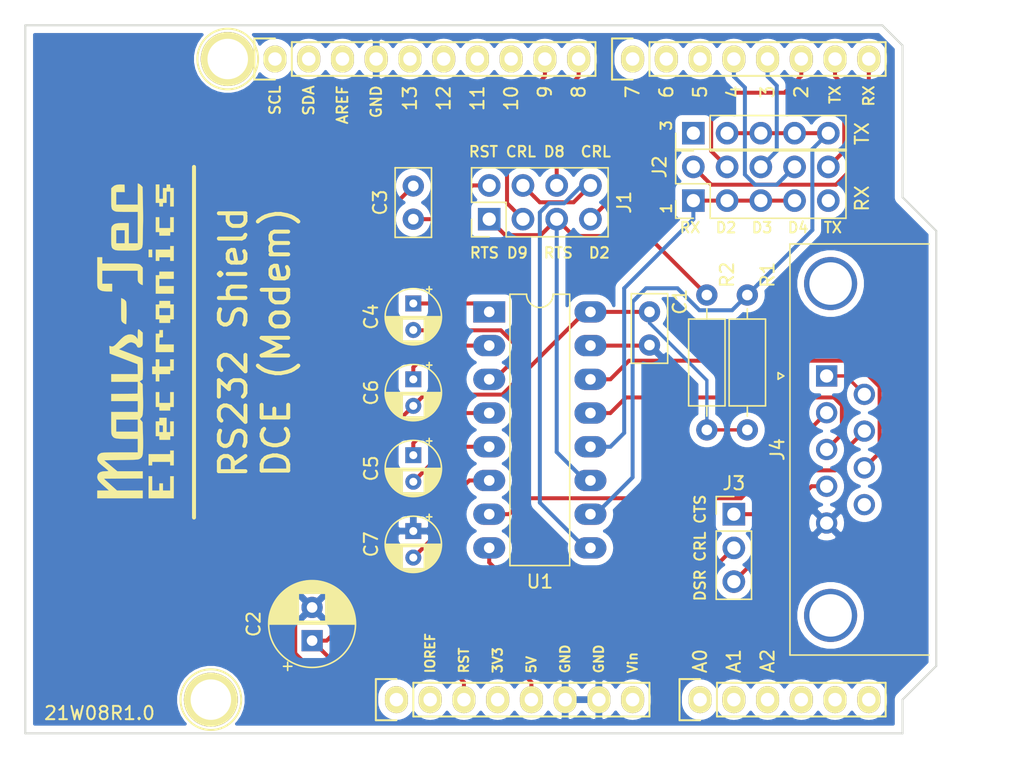
<source format=kicad_pcb>
(kicad_pcb (version 20171130) (host pcbnew "(5.1.4)-1")
  (title_block (date "lun. 30 mars 2015"))
  (layers (0 F.Cu signal) (31 B.Cu signal) (34 B.Paste user) (35 F.Paste user) (36 B.SilkS user) (37 F.SilkS user) (38 B.Mask user) (39 F.Mask user) (44 Edge.Cuts user))
  (net 0 "")
  (net 1 /IOREF)
  (net 2 +5V)
  (net 3 GND)
  (net 4 /Vin)
  (net 5 /A0)
  (net 6 /A1)
  (net 7 /A2)
  (net 8 /A3)
  (net 9 /AREF)
  (net 10 "/A4(SDA)")
  (net 11 "/A5(SCL)")
  (net 12 /7)
  (net 13 "/6(**)")
  (net 14 "/5(**)")
  (net 15 "Net-(P5-Pad1)")
  (net 16 "Net-(P7-Pad1)")
  (net 17 "/13(SCK)")
  (net 18 "/10(**/SS)")
  (net 19 "Net-(P1-Pad1)")
  (net 20 +3V3)
  (net 21 "/12(MISO)")
  (net 22 "/11(**/MOSI)")
  (net 23 RST)
  (net 24 "Net-(C3-Pad1)")
  (net 25 "Net-(C4-Pad2)")
  (net 26 "Net-(C4-Pad1)")
  (net 27 "Net-(C5-Pad2)")
  (net 28 "Net-(C5-Pad1)")
  (net 29 "Net-(C6-Pad1)")
  (net 30 "Net-(C7-Pad2)")
  (net 31 D2)
  (net 32 D9)
  (net 33 D8)
  (net 34 /DSR)
  (net 35 /CTS)
  (net 36 /TXD)
  (net 37 /RXD)
  (net 38 TX)
  (net 39 RX)
  (net 40 /RTS)
  (net 41 "Net-(J4-Pad9)")
  (net 42 /UCTRL)
  (net 43 /URTS)
  (net 44 /CTRL)
  (net 45 "/A5(SCL)X")
  (net 46 "/A4(SDA)X")
  (net 47 "Net-(J2-Pad9)")
  (net 48 D4)
  (net 49 D3)
  (net 50 "Net-(J5-Pad1)")
  (net 51 UTX)
  (net 52 URX)
  (net 53 /DCD)
  (module Connector_Dsub:DSUB-9_Female_Horizontal_P2.77x2.84mm_EdgePinOffset4.94mm_Housed_MountingHolesOffset7.48mm (layer F.Cu) (at 171.323 99.441 90)
    (fp_text reference J4 (at -5.54 -3.7 90) (layer F.SilkS))
    (fp_text value DB9_Female)
    (pad 0 thru_hole circle (at 6.96 0.3 90) (size 4 4) (drill 3.2) (layers *.Cu *.Mask))
    (pad 0 thru_hole circle (at -18.04 0.3 90) (size 4 4) (drill 3.2) (layers *.Cu *.Mask))
    (pad 9 thru_hole circle (at -9.695 2.84 90) (size 1.6 1.6) (drill 1) (layers *.Cu *.Mask) (net 41 "Net-(J4-Pad9)"))
    (pad 8 thru_hole circle (at -6.925 2.84 90) (size 1.6 1.6) (drill 1) (layers *.Cu *.Mask) (net 40 /RTS))
    (pad 7 thru_hole circle (at -4.155 2.84 90) (size 1.6 1.6) (drill 1) (layers *.Cu *.Mask) (net 35 /CTS))
    (pad 6 thru_hole circle (at -1.385 2.84 90) (size 1.6 1.6) (drill 1) (layers *.Cu *.Mask) (net 53 /DCD))
    (pad 5 thru_hole circle (at -11.08 0 90) (size 1.6 1.6) (drill 1) (layers *.Cu *.Mask) (net 3 GND))
    (pad 4 thru_hole circle (at -8.31 0 90) (size 1.6 1.6) (drill 1) (layers *.Cu *.Mask) (net 34 /DSR))
    (pad 3 thru_hole circle (at -5.54 0 90) (size 1.6 1.6) (drill 1) (layers *.Cu *.Mask) (net 37 /RXD))
    (pad 2 thru_hole circle (at -2.77 0 90) (size 1.6 1.6) (drill 1) (layers *.Cu *.Mask) (net 36 /TXD))
    (pad 1 thru_hole rect (at 0 0 90) (size 1.6 1.6) (drill 1) (layers *.Cu *.Mask) (net 53 /DCD))
  )
  (module Logos:MTLogo (layer F.Cu) (at 119.126 96.901 90)
    (fp_text reference G*** hide)
    (fp_text value LOGO hide)
  )
  (module Connector_PinHeader_2.54mm:PinHeader_1x05_P2.54mm_Vertical (layer F.Cu) (at 161.29 81.153 90)
    (fp_text reference J5 hide)
    (fp_text value "TX Route")
    (pad 5 thru_hole oval (at 0 10.16 90) (size 1.7 1.7) (drill 1) (layers *.Cu *.Mask) (net 51 UTX))
    (pad 4 thru_hole oval (at 0 7.62 90) (size 1.7 1.7) (drill 1) (layers *.Cu *.Mask) (net 51 UTX))
    (pad 3 thru_hole oval (at 0 5.08 90) (size 1.7 1.7) (drill 1) (layers *.Cu *.Mask) (net 51 UTX))
    (pad 2 thru_hole oval (at 0 2.54 90) (size 1.7 1.7) (drill 1) (layers *.Cu *.Mask) (net 51 UTX))
    (pad 1 thru_hole rect (at 0 0 90) (size 1.7 1.7) (drill 1) (layers *.Cu *.Mask) (net 50 "Net-(J5-Pad1)"))
  )
  (module Connector_PinHeader_2.54mm:PinHeader_2x05_P2.54mm_Vertical (layer F.Cu) (at 161.29 86.233 90)
    (fp_text reference J2 (at 2.54 -2.54 90) (layer F.SilkS))
    (fp_text value "RX Route")
    (pad 10 thru_hole oval (at 2.54 10.16 90) (size 1.7 1.7) (drill 1) (layers *.Cu *.Mask) (net 38 TX))
    (pad 9 thru_hole oval (at 0 10.16 90) (size 1.7 1.7) (drill 1) (layers *.Cu *.Mask) (net 47 "Net-(J2-Pad9)"))
    (pad 8 thru_hole oval (at 2.54 7.62 90) (size 1.7 1.7) (drill 1) (layers *.Cu *.Mask) (net 48 D4))
    (pad 7 thru_hole oval (at 0 7.62 90) (size 1.7 1.7) (drill 1) (layers *.Cu *.Mask) (net 52 URX))
    (pad 6 thru_hole oval (at 2.54 5.08 90) (size 1.7 1.7) (drill 1) (layers *.Cu *.Mask) (net 49 D3))
    (pad 5 thru_hole oval (at 0 5.08 90) (size 1.7 1.7) (drill 1) (layers *.Cu *.Mask) (net 52 URX))
    (pad 4 thru_hole oval (at 2.54 2.54 90) (size 1.7 1.7) (drill 1) (layers *.Cu *.Mask) (net 31 D2))
    (pad 3 thru_hole oval (at 0 2.54 90) (size 1.7 1.7) (drill 1) (layers *.Cu *.Mask) (net 52 URX))
    (pad 2 thru_hole oval (at 2.54 0 90) (size 1.7 1.7) (drill 1) (layers *.Cu *.Mask) (net 39 RX))
    (pad 1 thru_hole rect (at 0 0 90) (size 1.7 1.7) (drill 1) (layers *.Cu *.Mask) (net 52 URX))
  )
  (module Resistor_THT:R_Axial_DIN0207_L6.3mm_D2.5mm_P10.16mm_Horizontal (layer F.Cu) (at 165.354 103.505 90)
    (fp_text reference R1 (at 11.684 1.524 90) (layer F.SilkS))
    (fp_text value 10k)
    (pad 2 thru_hole oval (at 10.16 0 90) (size 1.6 1.6) (drill 0.8) (layers *.Cu *.Mask) (net 51 UTX))
    (pad 1 thru_hole circle (at 0 0 90) (size 1.6 1.6) (drill 0.8) (layers *.Cu *.Mask) (net 2 +5V))
  )
  (module Connector_PinHeader_2.54mm:PinHeader_2x04_P2.54mm_Vertical (layer F.Cu) (at 145.923 87.63 90)
    (fp_text reference J1 (at 1.27 10.16 90) (layer F.SilkS))
    (fp_text value "Ctrl Route")
    (pad 8 thru_hole oval (at 2.54 7.62 90) (size 1.7 1.7) (drill 1) (layers *.Cu *.Mask) (net 42 /UCTRL))
    (pad 7 thru_hole oval (at 0 7.62 90) (size 1.7 1.7) (drill 1) (layers *.Cu *.Mask) (net 31 D2))
    (pad 6 thru_hole oval (at 2.54 5.08 90) (size 1.7 1.7) (drill 1) (layers *.Cu *.Mask) (net 33 D8))
    (pad 5 thru_hole oval (at 0 5.08 90) (size 1.7 1.7) (drill 1) (layers *.Cu *.Mask) (net 43 /URTS))
    (pad 4 thru_hole oval (at 2.54 2.54 90) (size 1.7 1.7) (drill 1) (layers *.Cu *.Mask) (net 42 /UCTRL))
    (pad 3 thru_hole oval (at 0 2.54 90) (size 1.7 1.7) (drill 1) (layers *.Cu *.Mask) (net 32 D9))
    (pad 2 thru_hole oval (at 2.54 0 90) (size 1.7 1.7) (drill 1) (layers *.Cu *.Mask) (net 24 "Net-(C3-Pad1)"))
    (pad 1 thru_hole rect (at 0 0 90) (size 1.7 1.7) (drill 1) (layers *.Cu *.Mask) (net 43 /URTS))
  )
  (module Capacitor_THT:CP_Radial_D4.0mm_P2.00mm (layer F.Cu) (at 140.208 111.125 270)
    (fp_text reference C7 (at 1 3.175 90) (layer F.SilkS))
    (fp_text value 1u)
    (pad 2 thru_hole circle (at 2 0 270) (size 1.2 1.2) (drill 0.6) (layers *.Cu *.Mask) (net 30 "Net-(C7-Pad2)"))
    (pad 1 thru_hole rect (at 0 0 270) (size 1.2 1.2) (drill 0.6) (layers *.Cu *.Mask) (net 3 GND))
  )
  (module Capacitor_THT:CP_Radial_D4.0mm_P2.00mm (layer F.Cu) (at 140.208 99.695 270)
    (fp_text reference C6 (at 1 3.175 90) (layer F.SilkS))
    (fp_text value 1u)
    (pad 2 thru_hole circle (at 2 0 270) (size 1.2 1.2) (drill 0.6) (layers *.Cu *.Mask) (net 2 +5V))
    (pad 1 thru_hole rect (at 0 0 270) (size 1.2 1.2) (drill 0.6) (layers *.Cu *.Mask) (net 29 "Net-(C6-Pad1)"))
  )
  (module Capacitor_THT:CP_Radial_D4.0mm_P2.00mm (layer F.Cu) (at 140.208 105.41 270)
    (fp_text reference C5 (at 1 3.175 90) (layer F.SilkS))
    (fp_text value 1u)
    (pad 2 thru_hole circle (at 2 0 270) (size 1.2 1.2) (drill 0.6) (layers *.Cu *.Mask) (net 27 "Net-(C5-Pad2)"))
    (pad 1 thru_hole rect (at 0 0 270) (size 1.2 1.2) (drill 0.6) (layers *.Cu *.Mask) (net 28 "Net-(C5-Pad1)"))
  )
  (module Capacitor_THT:CP_Radial_D4.0mm_P2.00mm (layer F.Cu) (at 140.208 93.98 270)
    (fp_text reference C4 (at 1 3.175 90) (layer F.SilkS))
    (fp_text value 1u)
    (pad 2 thru_hole circle (at 2 0 270) (size 1.2 1.2) (drill 0.6) (layers *.Cu *.Mask) (net 25 "Net-(C4-Pad2)"))
    (pad 1 thru_hole rect (at 0 0 270) (size 1.2 1.2) (drill 0.6) (layers *.Cu *.Mask) (net 26 "Net-(C4-Pad1)"))
  )
  (module Capacitor_THT:C_Disc_D5.0mm_W2.5mm_P2.50mm (layer F.Cu) (at 140.208 87.63 90)
    (fp_text reference C3 (at 1.25 -2.5 90) (layer F.SilkS))
    (fp_text value 0.1u)
    (pad 2 thru_hole circle (at 2.5 0 90) (size 1.6 1.6) (drill 0.8) (layers *.Cu *.Mask) (net 23 RST))
    (pad 1 thru_hole circle (at 0 0 90) (size 1.6 1.6) (drill 0.8) (layers *.Cu *.Mask) (net 24 "Net-(C3-Pad1)"))
  )
  (module Capacitor_THT:C_Disc_D5.0mm_W2.5mm_P2.50mm (layer F.Cu) (at 157.988 94.615 270)
    (fp_text reference C1 (at -0.762 -2.286 90) (layer F.SilkS))
    (fp_text value 0.1u)
    (pad 2 thru_hole circle (at 2.5 0 270) (size 1.6 1.6) (drill 0.8) (layers *.Cu *.Mask) (net 3 GND))
    (pad 1 thru_hole circle (at 0 0 270) (size 1.6 1.6) (drill 0.8) (layers *.Cu *.Mask) (net 2 +5V))
  )
  (module Package_DIP:DIP-16_W7.62mm_LongPads (layer F.Cu) (at 145.923 94.615)
    (fp_text reference U1 (at 3.81 20.32) (layer F.SilkS))
    (fp_text value MAX232)
    (pad 16 thru_hole oval (at 7.62 0) (size 2.4 1.6) (drill 0.8) (layers *.Cu *.Mask) (net 2 +5V))
    (pad 8 thru_hole oval (at 0 17.78) (size 2.4 1.6) (drill 0.8) (layers *.Cu *.Mask) (net 44 /CTRL))
    (pad 15 thru_hole oval (at 7.62 2.54) (size 2.4 1.6) (drill 0.8) (layers *.Cu *.Mask) (net 3 GND))
    (pad 7 thru_hole oval (at 0 15.24) (size 2.4 1.6) (drill 0.8) (layers *.Cu *.Mask) (net 36 /TXD))
    (pad 14 thru_hole oval (at 7.62 5.08) (size 2.4 1.6) (drill 0.8) (layers *.Cu *.Mask) (net 40 /RTS))
    (pad 6 thru_hole oval (at 0 12.7) (size 2.4 1.6) (drill 0.8) (layers *.Cu *.Mask) (net 30 "Net-(C7-Pad2)"))
    (pad 13 thru_hole oval (at 7.62 7.62) (size 2.4 1.6) (drill 0.8) (layers *.Cu *.Mask) (net 37 /RXD))
    (pad 5 thru_hole oval (at 0 10.16) (size 2.4 1.6) (drill 0.8) (layers *.Cu *.Mask) (net 27 "Net-(C5-Pad2)"))
    (pad 12 thru_hole oval (at 7.62 10.16) (size 2.4 1.6) (drill 0.8) (layers *.Cu *.Mask) (net 52 URX))
    (pad 4 thru_hole oval (at 0 7.62) (size 2.4 1.6) (drill 0.8) (layers *.Cu *.Mask) (net 28 "Net-(C5-Pad1)"))
    (pad 11 thru_hole oval (at 7.62 12.7) (size 2.4 1.6) (drill 0.8) (layers *.Cu *.Mask) (net 43 /URTS))
    (pad 3 thru_hole oval (at 0 5.08) (size 2.4 1.6) (drill 0.8) (layers *.Cu *.Mask) (net 25 "Net-(C4-Pad2)"))
    (pad 10 thru_hole oval (at 7.62 15.24) (size 2.4 1.6) (drill 0.8) (layers *.Cu *.Mask) (net 51 UTX))
    (pad 2 thru_hole oval (at 0 2.54) (size 2.4 1.6) (drill 0.8) (layers *.Cu *.Mask) (net 29 "Net-(C6-Pad1)"))
    (pad 9 thru_hole oval (at 7.62 17.78) (size 2.4 1.6) (drill 0.8) (layers *.Cu *.Mask) (net 42 /UCTRL))
    (pad 1 thru_hole rect (at 0 0) (size 2.4 1.6) (drill 0.8) (layers *.Cu *.Mask) (net 26 "Net-(C4-Pad1)"))
  )
  (module Resistor_THT:R_Axial_DIN0207_L6.3mm_D2.5mm_P10.16mm_Horizontal (layer F.Cu) (at 162.306 103.505 90)
    (fp_text reference R2 (at 11.684 1.524 90) (layer F.SilkS))
    (fp_text value 10k)
    (pad 2 thru_hole oval (at 10.16 0 90) (size 1.6 1.6) (drill 0.8) (layers *.Cu *.Mask) (net 43 /URTS))
    (pad 1 thru_hole circle (at 0 0 90) (size 1.6 1.6) (drill 0.8) (layers *.Cu *.Mask) (net 2 +5V))
  )
  (module Connector_PinHeader_2.54mm:PinHeader_1x03_P2.54mm_Vertical (layer F.Cu) (at 164.338 109.855)
    (fp_text reference J3 (at 0 -2.33) (layer F.SilkS))
    (fp_text value DSR/CTS)
    (pad 3 thru_hole oval (at 0 5.08) (size 1.7 1.7) (drill 1) (layers *.Cu *.Mask) (net 34 /DSR))
    (pad 2 thru_hole oval (at 0 2.54) (size 1.7 1.7) (drill 1) (layers *.Cu *.Mask) (net 44 /CTRL))
    (pad 1 thru_hole rect (at 0 0) (size 1.7 1.7) (drill 1) (layers *.Cu *.Mask) (net 35 /CTS))
  )
  (module Capacitor_THT:CP_Radial_D6.3mm_P2.50mm (layer F.Cu) (at 132.588 119.38 90)
    (fp_text reference C2 (at 1.25 -4.4 90) (layer F.SilkS))
    (fp_text value 10u)
    (pad 2 thru_hole circle (at 2.5 0 90) (size 1.6 1.6) (drill 0.8) (layers *.Cu *.Mask) (net 3 GND))
    (pad 1 thru_hole rect (at 0 0 90) (size 1.6 1.6) (drill 0.8) (layers *.Cu *.Mask) (net 2 +5V))
  )
  (module Socket_Arduino_Uno:Socket_Strip_Arduino_1x08 (layer F.Cu) (at 138.938 123.825)
    (fp_text reference P1 hide)
    (fp_text value Power)
    (pad 1 thru_hole oval (at 0 0) (size 1.7272 2.032) (drill 1.016) (layers *.Cu *.Mask F.SilkS) (net 19 "Net-(P1-Pad1)"))
    (pad 2 thru_hole oval (at 2.54 0) (size 1.7272 2.032) (drill 1.016) (layers *.Cu *.Mask F.SilkS) (net 1 /IOREF))
    (pad 3 thru_hole oval (at 5.08 0) (size 1.7272 2.032) (drill 1.016) (layers *.Cu *.Mask F.SilkS) (net 23 RST))
    (pad 4 thru_hole oval (at 7.62 0) (size 1.7272 2.032) (drill 1.016) (layers *.Cu *.Mask F.SilkS) (net 20 +3V3))
    (pad 5 thru_hole oval (at 10.16 0) (size 1.7272 2.032) (drill 1.016) (layers *.Cu *.Mask F.SilkS) (net 2 +5V))
    (pad 6 thru_hole oval (at 12.7 0) (size 1.7272 2.032) (drill 1.016) (layers *.Cu *.Mask F.SilkS) (net 3 GND))
    (pad 7 thru_hole oval (at 15.24 0) (size 1.7272 2.032) (drill 1.016) (layers *.Cu *.Mask F.SilkS) (net 3 GND))
    (pad 8 thru_hole oval (at 17.78 0) (size 1.7272 2.032) (drill 1.016) (layers *.Cu *.Mask F.SilkS) (net 4 /Vin))
  )
  (module Socket_Arduino_Uno:Socket_Strip_Arduino_1x06 (layer F.Cu) (at 161.798 123.825)
    (fp_text reference P2 hide)
    (fp_text value Analog)
    (pad 1 thru_hole oval (at 0 0) (size 1.7272 2.032) (drill 1.016) (layers *.Cu *.Mask F.SilkS) (net 5 /A0))
    (pad 2 thru_hole oval (at 2.54 0) (size 1.7272 2.032) (drill 1.016) (layers *.Cu *.Mask F.SilkS) (net 6 /A1))
    (pad 3 thru_hole oval (at 5.08 0) (size 1.7272 2.032) (drill 1.016) (layers *.Cu *.Mask F.SilkS) (net 7 /A2))
    (pad 4 thru_hole oval (at 7.62 0) (size 1.7272 2.032) (drill 1.016) (layers *.Cu *.Mask F.SilkS) (net 8 /A3))
    (pad 5 thru_hole oval (at 10.16 0) (size 1.7272 2.032) (drill 1.016) (layers *.Cu *.Mask F.SilkS) (net 10 "/A4(SDA)"))
    (pad 6 thru_hole oval (at 12.7 0) (size 1.7272 2.032) (drill 1.016) (layers *.Cu *.Mask F.SilkS) (net 11 "/A5(SCL)"))
  )
  (module Socket_Arduino_Uno:Socket_Strip_Arduino_1x10 (layer F.Cu) (at 129.794 75.565)
    (fp_text reference P3 hide)
    (fp_text value Digital)
    (pad 1 thru_hole oval (at 0 0) (size 1.7272 2.032) (drill 1.016) (layers *.Cu *.Mask F.SilkS) (net 45 "/A5(SCL)X"))
    (pad 2 thru_hole oval (at 2.54 0) (size 1.7272 2.032) (drill 1.016) (layers *.Cu *.Mask F.SilkS) (net 46 "/A4(SDA)X"))
    (pad 3 thru_hole oval (at 5.08 0) (size 1.7272 2.032) (drill 1.016) (layers *.Cu *.Mask F.SilkS) (net 9 /AREF))
    (pad 4 thru_hole oval (at 7.62 0) (size 1.7272 2.032) (drill 1.016) (layers *.Cu *.Mask F.SilkS) (net 3 GND))
    (pad 5 thru_hole oval (at 10.16 0) (size 1.7272 2.032) (drill 1.016) (layers *.Cu *.Mask F.SilkS) (net 17 "/13(SCK)"))
    (pad 6 thru_hole oval (at 12.7 0) (size 1.7272 2.032) (drill 1.016) (layers *.Cu *.Mask F.SilkS) (net 21 "/12(MISO)"))
    (pad 7 thru_hole oval (at 15.24 0) (size 1.7272 2.032) (drill 1.016) (layers *.Cu *.Mask F.SilkS) (net 22 "/11(**/MOSI)"))
    (pad 8 thru_hole oval (at 17.78 0) (size 1.7272 2.032) (drill 1.016) (layers *.Cu *.Mask F.SilkS) (net 18 "/10(**/SS)"))
    (pad 9 thru_hole oval (at 20.32 0) (size 1.7272 2.032) (drill 1.016) (layers *.Cu *.Mask F.SilkS) (net 32 D9))
    (pad 10 thru_hole oval (at 22.86 0) (size 1.7272 2.032) (drill 1.016) (layers *.Cu *.Mask F.SilkS) (net 33 D8))
  )
  (module Socket_Arduino_Uno:Socket_Strip_Arduino_1x08 (layer F.Cu) (at 156.718 75.565)
    (fp_text reference P4 hide)
    (fp_text value Digital)
    (pad 1 thru_hole oval (at 0 0) (size 1.7272 2.032) (drill 1.016) (layers *.Cu *.Mask F.SilkS) (net 12 /7))
    (pad 2 thru_hole oval (at 2.54 0) (size 1.7272 2.032) (drill 1.016) (layers *.Cu *.Mask F.SilkS) (net 13 "/6(**)"))
    (pad 3 thru_hole oval (at 5.08 0) (size 1.7272 2.032) (drill 1.016) (layers *.Cu *.Mask F.SilkS) (net 14 "/5(**)"))
    (pad 4 thru_hole oval (at 7.62 0) (size 1.7272 2.032) (drill 1.016) (layers *.Cu *.Mask F.SilkS) (net 48 D4))
    (pad 5 thru_hole oval (at 10.16 0) (size 1.7272 2.032) (drill 1.016) (layers *.Cu *.Mask F.SilkS) (net 49 D3))
    (pad 6 thru_hole oval (at 12.7 0) (size 1.7272 2.032) (drill 1.016) (layers *.Cu *.Mask F.SilkS) (net 31 D2))
    (pad 7 thru_hole oval (at 15.24 0) (size 1.7272 2.032) (drill 1.016) (layers *.Cu *.Mask F.SilkS) (net 38 TX))
    (pad 8 thru_hole oval (at 17.78 0) (size 1.7272 2.032) (drill 1.016) (layers *.Cu *.Mask F.SilkS) (net 39 RX))
  )
  (module Socket_Arduino_Uno:Arduino_1pin (layer F.Cu) (at 124.968 123.825)
    (fp_text reference P5 hide)
    (fp_text value CONN_01X01 hide)
    (pad 1 thru_hole circle (at 0 0) (size 4.064 4.064) (drill 3.048) (layers *.Cu *.Mask F.SilkS) (net 15 "Net-(P5-Pad1)"))
  )
  (module Socket_Arduino_Uno:Arduino_1pin (layer F.Cu) (at 126.238 75.565)
    (fp_text reference P7 hide)
    (fp_text value CONN_01X01 hide)
    (pad 1 thru_hole circle (at 0 0) (size 4.064 4.064) (drill 3.048) (layers *.Cu *.Mask F.SilkS) (net 16 "Net-(P7-Pad1)"))
  )
  (gr_text "RX  D2  D3  D4  TX" (at 166.37 88.265) (layer F.SilkS) (effects (font (size 0.8 0.78))))
  (gr_text "RX    TX" (at 173.99 83.693 90) (layer F.SilkS) (effects (font (size 1 1))))
  (gr_text "1         3" (at 159.258 83.693 90) (layer F.SilkS) (effects (font (size 0.8 0.8))))
  (gr_text 21W08R1.0 (at 116.586 124.841) (layer F.SilkS) (effects (font (size 1 1))))
  (gr_text 10 (at 147.574 77.47 90) (layer F.SilkS) (effects (font (size 1 1)) (justify right)))
  (gr_text TX (at 171.958 77.47 90) (layer F.SilkS) (effects (font (size 0.8 0.8)) (justify right)))
  (gr_text RX (at 174.498 77.47 90) (layer F.SilkS) (effects (font (size 0.8 0.8)) (justify right)))
  (gr_text A0 (at 161.798 121.92 90) (layer F.SilkS) (effects (font (size 1 1)) (justify left)))
  (gr_text 11 (at 145.034 77.47 90) (layer F.SilkS) (effects (font (size 1 1)) (justify right)))
  (gr_text Vin (at 156.718 121.92 90) (layer F.SilkS) (effects (font (size 0.7 0.7)) (justify left)))
  (gr_text 12 (at 142.494 77.47 90) (layer F.SilkS) (effects (font (size 1 1)) (justify right)))
  (gr_text A1 (at 164.338 121.92 90) (layer F.SilkS) (effects (font (size 1 1)) (justify left)))
  (gr_text 7 (at 156.718 77.47 90) (layer F.SilkS) (effects (font (size 1 1)) (justify right)))
  (gr_text 6 (at 159.258 77.47 90) (layer F.SilkS) (effects (font (size 1 1)) (justify right)))
  (gr_text 5V (at 149.098 121.92 90) (layer F.SilkS) (effects (font (size 0.7 0.7)) (justify left)))
  (gr_text 4 (at 164.338 77.47 90) (layer F.SilkS) (effects (font (size 1 1)) (justify right)))
  (gr_text 2 (at 169.418 77.47 90) (layer F.SilkS) (effects (font (size 1 1)) (justify right)))
  (gr_text 8 (at 152.654 77.47 90) (layer F.SilkS) (effects (font (size 1 1)) (justify right)))
  (gr_text 3V3 (at 146.558 121.92 90) (layer F.SilkS) (effects (font (size 0.7 0.7)) (justify left)))
  (gr_text SCL (at 129.794 77.47 90) (layer F.SilkS) (effects (font (size 0.8 0.8)) (justify right)))
  (gr_text GND (at 137.414 77.47 90) (layer F.SilkS) (effects (font (size 0.8 0.8)) (justify right)))
  (gr_text A2 (at 166.878 121.92 90) (layer F.SilkS) (effects (font (size 1 1)) (justify left)))
  (gr_text 3 (at 166.878 77.47 90) (layer F.SilkS) (effects (font (size 1 1)) (justify right)))
  (gr_text 13 (at 139.954 77.47 90) (layer F.SilkS) (effects (font (size 1 1)) (justify right)))
  (gr_text 5 (at 161.798 77.47 90) (layer F.SilkS) (effects (font (size 1 1)) (justify right)))
  (gr_text 9 (at 150.114 77.47 90) (layer F.SilkS) (effects (font (size 1 1)) (justify right)))
  (gr_text RST (at 144.018 121.92 90) (layer F.SilkS) (effects (font (size 0.7 0.7)) (justify left)))
  (gr_text AREF (at 134.874 77.47 90) (layer F.SilkS) (effects (font (size 0.8 0.8)) (justify right)))
  (gr_text SDA (at 132.334 77.47 90) (layer F.SilkS) (effects (font (size 0.8 0.8)) (justify right)))
  (gr_text GND (at 154.178 121.92 90) (layer F.SilkS) (effects (font (size 0.7 0.7)) (justify left)))
  (gr_text GND (at 151.638 121.92 90) (layer F.SilkS) (effects (font (size 0.7 0.7)) (justify left)))
  (gr_text IOREF (at 141.478 121.92 90) (layer F.SilkS) (effects (font (size 0.7 0.7)) (justify left)))
  (gr_line (start 123.698 83.693) (end 123.698 110.109) (layer F.SilkS) (width 0.3))
  (gr_text "RS232 Shield\nDCE (Modem)" (at 128.27 96.901 90) (layer F.SilkS) (effects (font (size 2 2) (thickness 0.3))))
  (gr_text "RTS D9  RTS  D2" (at 149.733 90.17) (layer F.SilkS) (effects (font (size 0.8 0.8))))
  (gr_text "DSR CRL CTS" (at 161.798 112.395 90) (layer F.SilkS) (effects (font (size 0.8 0.8))))
  (gr_text "RST CRL D8  CRL" (at 149.733 82.55) (layer F.SilkS) (effects (font (size 0.8 0.8))))
  (gr_line (start 177.038 74.549) (end 175.514 73.025) (angle 90) (layer Edge.Cuts) (width 0.15))
  (gr_line (start 177.038 85.979) (end 177.038 74.549) (angle 90) (layer Edge.Cuts) (width 0.15))
  (gr_line (start 179.578 88.519) (end 177.038 85.979) (angle 90) (layer Edge.Cuts) (width 0.15))
  (gr_line (start 179.578 121.285) (end 179.578 88.519) (angle 90) (layer Edge.Cuts) (width 0.15))
  (gr_line (start 177.038 123.825) (end 179.578 121.285) (angle 90) (layer Edge.Cuts) (width 0.15))
  (gr_line (start 177.038 126.365) (end 177.038 123.825) (angle 90) (layer Edge.Cuts) (width 0.15))
  (gr_line (start 110.998 126.365) (end 177.038 126.365) (angle 90) (layer Edge.Cuts) (width 0.15))
  (gr_line (start 110.998 73.025) (end 110.998 126.365) (angle 90) (layer Edge.Cuts) (width 0.15))
  (gr_line (start 175.514 73.025) (end 110.998 73.025) (angle 90) (layer Edge.Cuts) (width 0.15))
  (segment (start 133.858 120.65) (end 132.588 119.38) (width 0.3) (layer F.Cu) (net 2))
  (segment (start 147.239 120.65) (end 133.858 120.65) (width 0.3) (layer F.Cu) (net 2))
  (segment (start 149.098 123.825) (end 149.098 122.509) (width 0.3) (layer F.Cu) (net 2))
  (segment (start 149.098 122.509) (end 147.239 120.65) (width 0.3) (layer F.Cu) (net 2))
  (segment (start 133.688 119.38) (end 137.033 116.035) (width 0.3) (layer F.Cu) (net 2))
  (segment (start 132.588 119.38) (end 133.688 119.38) (width 0.3) (layer F.Cu) (net 2))
  (segment (start 137.033 104.87) (end 140.208 101.695) (width 0.3) (layer F.Cu) (net 2))
  (segment (start 137.033 116.035) (end 137.033 104.87) (width 0.3) (layer F.Cu) (net 2))
  (segment (start 153.143 94.615) (end 153.543 94.615) (width 0.3) (layer F.Cu) (net 2))
  (segment (start 146.91299 100.84501) (end 153.143 94.615) (width 0.3) (layer F.Cu) (net 2))
  (segment (start 141.05799 100.84501) (end 146.91299 100.84501) (width 0.3) (layer F.Cu) (net 2))
  (segment (start 140.208 101.695) (end 141.05799 100.84501) (width 0.3) (layer F.Cu) (net 2))
  (segment (start 153.543 94.615) (end 157.988 94.615) (width 0.3) (layer F.Cu) (net 2))
  (segment (start 162.306 102.37363) (end 162.306 103.505) (width 0.25) (layer B.Cu) (net 2))
  (segment (start 162.306 99.767998) (end 162.306 102.37363) (width 0.25) (layer B.Cu) (net 2))
  (segment (start 157.988 95.449998) (end 162.306 99.767998) (width 0.25) (layer B.Cu) (net 2))
  (segment (start 157.988 94.615) (end 157.988 95.449998) (width 0.25) (layer B.Cu) (net 2))
  (segment (start 162.306 103.505) (end 165.354 103.505) (width 0.25) (layer F.Cu) (net 2))
  (segment (start 157.948 97.155) (end 157.988 97.115) (width 0.3) (layer F.Cu) (net 3))
  (segment (start 153.543 97.155) (end 157.948 97.155) (width 0.3) (layer F.Cu) (net 3))
  (segment (start 132.763008 121.78501) (end 131.318 120.340002) (width 0.3) (layer F.Cu) (net 23))
  (segment (start 143.29401 121.78501) (end 132.763008 121.78501) (width 0.3) (layer F.Cu) (net 23))
  (segment (start 144.018 123.825) (end 144.018 122.509) (width 0.3) (layer F.Cu) (net 23))
  (segment (start 144.018 122.509) (end 143.29401 121.78501) (width 0.3) (layer F.Cu) (net 23))
  (segment (start 131.318 94.02) (end 140.208 85.13) (width 0.3) (layer F.Cu) (net 23))
  (segment (start 131.318 120.340002) (end 131.318 94.02) (width 0.3) (layer F.Cu) (net 23))
  (segment (start 145.923 85.09) (end 144.653 85.09) (width 0.3) (layer F.Cu) (net 24))
  (segment (start 142.113 87.63) (end 140.208 87.63) (width 0.3) (layer F.Cu) (net 24))
  (segment (start 144.653 85.09) (end 142.113 87.63) (width 0.3) (layer F.Cu) (net 24))
  (segment (start 146.799349 96.00499) (end 147.828 97.033641) (width 0.3) (layer F.Cu) (net 25))
  (segment (start 140.208 95.98) (end 140.23299 96.00499) (width 0.3) (layer F.Cu) (net 25))
  (segment (start 140.23299 96.00499) (end 146.799349 96.00499) (width 0.3) (layer F.Cu) (net 25))
  (segment (start 146.323 99.695) (end 145.923 99.695) (width 0.3) (layer F.Cu) (net 25))
  (segment (start 147.828 98.19) (end 146.323 99.695) (width 0.3) (layer F.Cu) (net 25))
  (segment (start 147.828 97.033641) (end 147.828 98.19) (width 0.3) (layer F.Cu) (net 25))
  (segment (start 145.288 93.98) (end 145.923 94.615) (width 0.3) (layer F.Cu) (net 26))
  (segment (start 140.208 93.98) (end 145.288 93.98) (width 0.3) (layer F.Cu) (net 26))
  (segment (start 142.843 104.775) (end 140.208 107.41) (width 0.3) (layer F.Cu) (net 27))
  (segment (start 145.923 104.775) (end 142.843 104.775) (width 0.3) (layer F.Cu) (net 27))
  (segment (start 140.208 104.51) (end 140.208 105.41) (width 0.3) (layer F.Cu) (net 28))
  (segment (start 142.483 102.235) (end 140.208 104.51) (width 0.3) (layer F.Cu) (net 28))
  (segment (start 145.923 102.235) (end 142.483 102.235) (width 0.3) (layer F.Cu) (net 28))
  (segment (start 140.208 98.795) (end 140.208 99.695) (width 0.3) (layer F.Cu) (net 29))
  (segment (start 141.848 97.155) (end 140.208 98.795) (width 0.3) (layer F.Cu) (net 29))
  (segment (start 145.923 97.155) (end 141.848 97.155) (width 0.3) (layer F.Cu) (net 29))
  (segment (start 144.423 107.315) (end 142.113 109.625) (width 0.3) (layer F.Cu) (net 30))
  (segment (start 145.923 107.315) (end 144.423 107.315) (width 0.3) (layer F.Cu) (net 30))
  (segment (start 142.113 111.22) (end 140.208 113.125) (width 0.3) (layer F.Cu) (net 30))
  (segment (start 142.113 109.625) (end 142.113 111.22) (width 0.3) (layer F.Cu) (net 30))
  (segment (start 169.418 75.565) (end 169.418 76.835) (width 0.3) (layer F.Cu) (net 31))
  (segment (start 169.418 76.835) (end 168.148 78.105) (width 0.3) (layer F.Cu) (net 31))
  (segment (start 157.988 78.105) (end 156.083 80.01) (width 0.3) (layer F.Cu) (net 31))
  (segment (start 156.083 85.09) (end 153.543 87.63) (width 0.3) (layer F.Cu) (net 31))
  (segment (start 156.083 80.01) (end 156.083 85.09) (width 0.3) (layer F.Cu) (net 31))
  (segment (start 162.629999 82.492999) (end 162.629999 78.289001) (width 0.3) (layer F.Cu) (net 31))
  (segment (start 163.83 83.693) (end 162.629999 82.492999) (width 0.3) (layer F.Cu) (net 31))
  (segment (start 162.445998 78.105) (end 162.306 78.105) (width 0.3) (layer F.Cu) (net 31))
  (segment (start 162.629999 78.289001) (end 162.445998 78.105) (width 0.3) (layer F.Cu) (net 31))
  (segment (start 162.306 78.105) (end 157.988 78.105) (width 0.3) (layer F.Cu) (net 31))
  (segment (start 162.629999 78.289001) (end 162.814 78.105) (width 0.3) (layer F.Cu) (net 31))
  (segment (start 168.148 78.105) (end 162.814 78.105) (width 0.3) (layer F.Cu) (net 31))
  (segment (start 162.814 78.105) (end 162.306 78.105) (width 0.3) (layer F.Cu) (net 31))
  (segment (start 147.613001 86.780001) (end 148.463 87.63) (width 0.3) (layer F.Cu) (net 32))
  (segment (start 147.262999 86.429999) (end 147.613001 86.780001) (width 0.3) (layer F.Cu) (net 32))
  (segment (start 147.262999 79.732001) (end 147.262999 86.429999) (width 0.3) (layer F.Cu) (net 32))
  (segment (start 150.114 76.881) (end 147.262999 79.732001) (width 0.3) (layer F.Cu) (net 32))
  (segment (start 150.114 75.565) (end 150.114 76.881) (width 0.3) (layer F.Cu) (net 32))
  (segment (start 152.654 76.881) (end 151.003 78.532) (width 0.3) (layer F.Cu) (net 33))
  (segment (start 152.654 75.565) (end 152.654 76.881) (width 0.3) (layer F.Cu) (net 33))
  (segment (start 151.003 78.532) (end 151.003 85.09) (width 0.3) (layer F.Cu) (net 33))
  (segment (start 170.19163 107.751) (end 166.878 111.06463) (width 0.3) (layer F.Cu) (net 34))
  (segment (start 171.323 107.751) (end 170.19163 107.751) (width 0.3) (layer F.Cu) (net 34))
  (segment (start 166.878 112.395) (end 164.338 114.935) (width 0.3) (layer F.Cu) (net 34))
  (segment (start 166.878 111.06463) (end 166.878 112.395) (width 0.3) (layer F.Cu) (net 34))
  (segment (start 166.624 109.855) (end 164.338 109.855) (width 0.3) (layer F.Cu) (net 35))
  (segment (start 169.926 106.553) (end 166.624 109.855) (width 0.3) (layer F.Cu) (net 35))
  (segment (start 171.958 106.553) (end 169.926 106.553) (width 0.3) (layer F.Cu) (net 35))
  (segment (start 172.974 105.537) (end 171.958 106.553) (width 0.3) (layer F.Cu) (net 35))
  (segment (start 174.163 103.596) (end 172.974 104.785) (width 0.3) (layer F.Cu) (net 35))
  (segment (start 172.974 104.785) (end 172.974 105.537) (width 0.3) (layer F.Cu) (net 35))
  (segment (start 147.423 109.855) (end 145.923 109.855) (width 0.3) (layer F.Cu) (net 36))
  (segment (start 148.623001 108.654999) (end 147.423 109.855) (width 0.3) (layer F.Cu) (net 36))
  (segment (start 164.879001 108.654999) (end 148.623001 108.654999) (width 0.3) (layer F.Cu) (net 36))
  (segment (start 171.323 102.211) (end 164.879001 108.654999) (width 0.3) (layer F.Cu) (net 36))
  (segment (start 155.043 102.235) (end 153.543 102.235) (width 0.3) (layer F.Cu) (net 37))
  (segment (start 156.217001 101.060999) (end 155.043 102.235) (width 0.3) (layer F.Cu) (net 37))
  (segment (start 171.875001 101.060999) (end 156.217001 101.060999) (width 0.3) (layer F.Cu) (net 37))
  (segment (start 172.473001 101.658999) (end 171.875001 101.060999) (width 0.3) (layer F.Cu) (net 37))
  (segment (start 172.473001 103.830999) (end 172.473001 101.658999) (width 0.3) (layer F.Cu) (net 37))
  (segment (start 171.323 104.981) (end 172.473001 103.830999) (width 0.3) (layer F.Cu) (net 37))
  (segment (start 171.958 75.565) (end 171.958 76.881) (width 0.3) (layer F.Cu) (net 38))
  (segment (start 172.299999 82.843001) (end 171.45 83.693) (width 0.3) (layer F.Cu) (net 38))
  (segment (start 172.650001 82.492999) (end 172.299999 82.843001) (width 0.3) (layer F.Cu) (net 38))
  (segment (start 172.650001 77.573001) (end 172.650001 82.492999) (width 0.3) (layer F.Cu) (net 38))
  (segment (start 171.958 76.881) (end 172.650001 77.573001) (width 0.3) (layer F.Cu) (net 38))
  (segment (start 174.498 75.7174) (end 174.498 75.565) (width 0.3) (layer B.Cu) (net 39))
  (segment (start 162.139999 84.542999) (end 161.29 83.693) (width 0.3) (layer F.Cu) (net 39))
  (segment (start 162.629999 85.032999) (end 162.139999 84.542999) (width 0.3) (layer F.Cu) (net 39))
  (segment (start 172.026001 85.032999) (end 162.629999 85.032999) (width 0.3) (layer F.Cu) (net 39))
  (segment (start 174.498 82.561) (end 172.026001 85.032999) (width 0.3) (layer F.Cu) (net 39))
  (segment (start 174.498 75.565) (end 174.498 82.561) (width 0.3) (layer F.Cu) (net 39))
  (segment (start 156.447001 98.290999) (end 173.347999 98.290999) (width 0.3) (layer F.Cu) (net 40))
  (segment (start 153.543 99.695) (end 155.043 99.695) (width 0.3) (layer F.Cu) (net 40))
  (segment (start 155.043 99.695) (end 156.447001 98.290999) (width 0.3) (layer F.Cu) (net 40))
  (segment (start 174.962999 105.566001) (end 174.163 106.366) (width 0.3) (layer F.Cu) (net 40))
  (segment (start 175.313001 105.215999) (end 174.962999 105.566001) (width 0.3) (layer F.Cu) (net 40))
  (segment (start 175.313001 100.256001) (end 175.313001 105.215999) (width 0.3) (layer F.Cu) (net 40))
  (segment (start 173.347999 98.290999) (end 175.313001 100.256001) (width 0.3) (layer F.Cu) (net 40))
  (segment (start 149.312999 85.939999) (end 148.463 85.09) (width 0.3) (layer F.Cu) (net 42))
  (segment (start 149.733 86.36) (end 149.312999 85.939999) (width 0.3) (layer F.Cu) (net 42))
  (segment (start 152.273 86.36) (end 149.733 86.36) (width 0.3) (layer F.Cu) (net 42))
  (segment (start 153.543 85.09) (end 152.273 86.36) (width 0.3) (layer F.Cu) (net 42))
  (segment (start 150.426999 86.429999) (end 149.733 87.123998) (width 0.3) (layer B.Cu) (net 42))
  (segment (start 151.568001 86.429999) (end 150.426999 86.429999) (width 0.3) (layer B.Cu) (net 42))
  (segment (start 153.543 85.09) (end 152.908 85.09) (width 0.3) (layer B.Cu) (net 42))
  (segment (start 152.908 85.09) (end 151.568001 86.429999) (width 0.3) (layer B.Cu) (net 42))
  (segment (start 153.143 112.395) (end 153.543 112.395) (width 0.3) (layer B.Cu) (net 42))
  (segment (start 149.733 108.985) (end 153.143 112.395) (width 0.3) (layer B.Cu) (net 42))
  (segment (start 149.733 87.123998) (end 149.733 108.985) (width 0.3) (layer B.Cu) (net 42))
  (segment (start 150.153001 88.479999) (end 151.003 87.63) (width 0.3) (layer F.Cu) (net 43))
  (segment (start 149.802999 88.830001) (end 150.153001 88.479999) (width 0.3) (layer F.Cu) (net 43))
  (segment (start 147.123001 88.830001) (end 149.802999 88.830001) (width 0.3) (layer F.Cu) (net 43))
  (segment (start 145.923 87.63) (end 147.123001 88.830001) (width 0.3) (layer F.Cu) (net 43))
  (segment (start 153.143 107.315) (end 153.543 107.315) (width 0.3) (layer B.Cu) (net 43))
  (segment (start 151.003 105.175) (end 153.143 107.315) (width 0.3) (layer B.Cu) (net 43))
  (segment (start 151.003 87.63) (end 151.003 105.175) (width 0.3) (layer B.Cu) (net 43))
  (segment (start 157.861 88.9) (end 162.306 93.345) (width 0.3) (layer F.Cu) (net 43))
  (segment (start 151.003 87.63) (end 152.273 88.9) (width 0.3) (layer F.Cu) (net 43))
  (segment (start 152.273 88.9) (end 157.861 88.9) (width 0.3) (layer F.Cu) (net 43))
  (segment (start 145.923 113.495) (end 146.728 114.3) (width 0.3) (layer F.Cu) (net 44))
  (segment (start 145.923 112.395) (end 145.923 113.495) (width 0.3) (layer F.Cu) (net 44))
  (segment (start 162.433 114.3) (end 164.338 112.395) (width 0.3) (layer F.Cu) (net 44))
  (segment (start 146.728 114.3) (end 162.433 114.3) (width 0.3) (layer F.Cu) (net 44))
  (segment (start 167.570001 85.032999) (end 168.060001 84.542999) (width 0.3) (layer B.Cu) (net 48))
  (segment (start 165.933997 85.032999) (end 167.570001 85.032999) (width 0.3) (layer B.Cu) (net 48))
  (segment (start 165.169999 84.269001) (end 165.933997 85.032999) (width 0.3) (layer B.Cu) (net 48))
  (segment (start 165.169999 77.712999) (end 165.169999 84.269001) (width 0.3) (layer B.Cu) (net 48))
  (segment (start 168.060001 84.542999) (end 168.91 83.693) (width 0.3) (layer B.Cu) (net 48))
  (segment (start 164.338 76.881) (end 165.169999 77.712999) (width 0.3) (layer B.Cu) (net 48))
  (segment (start 164.338 75.565) (end 164.338 76.881) (width 0.3) (layer B.Cu) (net 48))
  (segment (start 166.878 76.881) (end 166.878 75.565) (width 0.3) (layer B.Cu) (net 49))
  (segment (start 167.570001 77.573001) (end 166.878 76.881) (width 0.3) (layer B.Cu) (net 49))
  (segment (start 167.570001 82.492999) (end 167.570001 77.573001) (width 0.3) (layer B.Cu) (net 49))
  (segment (start 166.37 83.693) (end 167.570001 82.492999) (width 0.3) (layer B.Cu) (net 49))
  (segment (start 153.943 109.855) (end 153.543 109.855) (width 0.3) (layer B.Cu) (net 51))
  (segment (start 156.718 107.08) (end 153.943 109.855) (width 0.3) (layer B.Cu) (net 51))
  (segment (start 163.83 81.153) (end 166.37 81.153) (width 0.3) (layer F.Cu) (net 51))
  (segment (start 166.37 81.153) (end 168.91 81.153) (width 0.3) (layer F.Cu) (net 51))
  (segment (start 168.91 81.153) (end 171.45 81.153) (width 0.3) (layer F.Cu) (net 51))
  (segment (start 156.718 93.853) (end 156.718 107.061) (width 0.3) (layer B.Cu) (net 51))
  (segment (start 157.734 92.837) (end 156.718 93.853) (width 0.3) (layer B.Cu) (net 51))
  (segment (start 160.095998 92.837) (end 157.734 92.837) (width 0.3) (layer B.Cu) (net 51))
  (segment (start 161.753999 94.495001) (end 160.095998 92.837) (width 0.3) (layer B.Cu) (net 51))
  (segment (start 165.354 93.345) (end 164.203999 94.495001) (width 0.3) (layer B.Cu) (net 51))
  (segment (start 164.203999 94.495001) (end 161.753999 94.495001) (width 0.3) (layer B.Cu) (net 51))
  (segment (start 166.153999 92.545001) (end 165.354 93.345) (width 0.3) (layer B.Cu) (net 51))
  (segment (start 170.249999 88.449001) (end 166.153999 92.545001) (width 0.3) (layer B.Cu) (net 51))
  (segment (start 170.249999 82.353001) (end 170.249999 88.449001) (width 0.3) (layer B.Cu) (net 51))
  (segment (start 171.45 81.153) (end 170.249999 82.353001) (width 0.3) (layer B.Cu) (net 51))
  (segment (start 161.29 86.233) (end 163.83 86.233) (width 0.3) (layer F.Cu) (net 52))
  (segment (start 163.83 86.233) (end 166.37 86.233) (width 0.3) (layer F.Cu) (net 52))
  (segment (start 166.37 86.233) (end 168.91 86.233) (width 0.3) (layer F.Cu) (net 52))
  (segment (start 156.083 103.735) (end 156.083 92.837) (width 0.3) (layer B.Cu) (net 52))
  (segment (start 153.543 104.775) (end 155.043 104.775) (width 0.3) (layer B.Cu) (net 52))
  (segment (start 155.043 104.775) (end 156.083 103.735) (width 0.3) (layer B.Cu) (net 52))
  (segment (start 161.29 87.63) (end 161.29 86.233) (width 0.3) (layer B.Cu) (net 52))
  (segment (start 156.083 92.837) (end 161.29 87.63) (width 0.3) (layer B.Cu) (net 52))
  (segment (start 172.778 99.441) (end 174.163 100.826) (width 0.25) (layer F.Cu) (net 53))
  (segment (start 171.323 99.441) (end 172.778 99.441) (width 0.25) (layer F.Cu) (net 53))
  (zone (net 3) (net_name GND) (layer B.Cu) (connect_pads (clearance 0.508)) (min_thickness 0.254) (fill yes (arc_segments 32) (thermal_gap 0.508) (thermal_bridge_width 0.508))
    (polygon (pts (xy 109.093 71.12) (xy 182.753 71.12) (xy 182.753 128.905) (xy 109.093 128.905)))
  )
)
</source>
